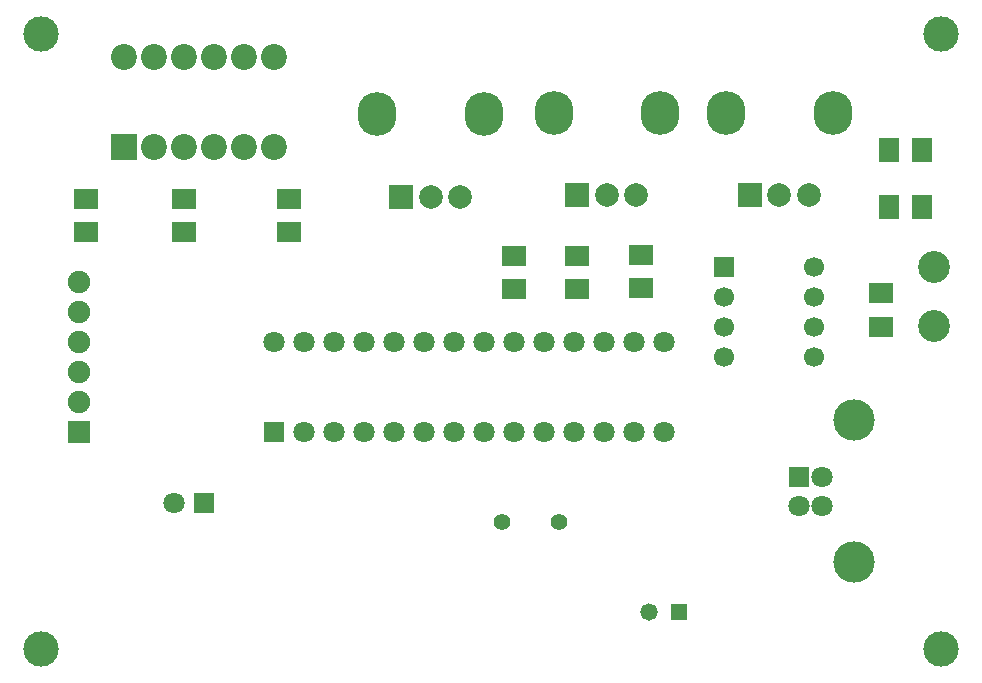
<source format=gbr>
G04 DipTrace 2.4.0.2*
%INÍèæíÿÿìàñêà.gbr*%
%MOIN*%
%ADD21R,0.0669X0.0669*%
%ADD22C,0.0669*%
%ADD25R,0.0709X0.0709*%
%ADD27C,0.0709*%
%ADD30R,0.0787X0.0787*%
%ADD31C,0.0787*%
%ADD39C,0.1181*%
%ADD53C,0.0559*%
%ADD55C,0.1063*%
%ADD59C,0.0866*%
%ADD60R,0.0866X0.0866*%
%ADD63O,0.1299X0.1457*%
%ADD65C,0.1378*%
%ADD68C,0.0748*%
%ADD69R,0.0748X0.0748*%
%ADD70R,0.0579X0.0579*%
%ADD72C,0.0579*%
%ADD74C,0.0709*%
%ADD77R,0.0787X0.0709*%
%ADD79R,0.0709X0.0787*%
%FSLAX44Y44*%
G04*
G70*
G90*
G75*
G01*
%LNBotMask*%
%LPD*%
D25*
X10624Y10062D3*
D74*
X9624D3*
D72*
X25437Y6437D3*
D70*
X26437D3*
D39*
X35187Y5187D3*
X5187D3*
Y25687D3*
X35187D3*
D69*
X6437Y12437D3*
D68*
Y13437D3*
Y14437D3*
Y15437D3*
Y16437D3*
Y17437D3*
D25*
X30437Y10937D3*
D27*
Y9953D3*
X31224D3*
Y10937D3*
D65*
X32291Y8075D3*
Y12815D3*
D30*
X17187Y20250D3*
D63*
X16400Y23006D3*
D31*
X18171Y20250D3*
D63*
X19943Y23006D3*
D31*
X19156Y20250D3*
D30*
X23062Y20312D3*
D63*
X22275Y23068D3*
D31*
X24046Y20312D3*
D63*
X25818Y23068D3*
D31*
X25031Y20312D3*
D30*
X28812D3*
D63*
X28024Y23068D3*
D31*
X29796Y20312D3*
D63*
X31568Y23068D3*
D31*
X30780Y20312D3*
D77*
X13437Y19085D3*
Y20187D3*
X9937Y19085D3*
Y20187D3*
X6687Y19085D3*
Y20187D3*
D79*
X33437Y19937D3*
X34539D3*
X34562Y21812D3*
X33460D3*
D77*
X33187Y17039D3*
Y15937D3*
X23062Y17187D3*
Y18289D3*
X20937D3*
Y17187D3*
X25187Y17209D3*
Y18312D3*
D60*
X7937Y21937D3*
D59*
X8937D3*
X9937D3*
X10937D3*
X11937D3*
X12937D3*
Y24937D3*
X11937D3*
X10937D3*
X9937D3*
X8937D3*
X7937D3*
D25*
X12937Y12437D3*
D74*
X13937D3*
X14937D3*
X15937D3*
X16937D3*
X17937D3*
X18937D3*
X19937D3*
X20937D3*
X21937D3*
X22937D3*
X23937D3*
X24937D3*
X25937D3*
Y15437D3*
X24937D3*
X23937D3*
X22937D3*
X21937D3*
X20937D3*
X19937D3*
X18937D3*
X17937D3*
X16937D3*
X15937D3*
X14937D3*
X13937D3*
X12937D3*
D21*
X27937Y17937D3*
D22*
Y16937D3*
Y15937D3*
Y14937D3*
X30937D3*
Y15937D3*
Y16937D3*
Y17937D3*
D55*
X34937D3*
Y15969D3*
D53*
X22437Y9437D3*
X20537D3*
M02*

</source>
